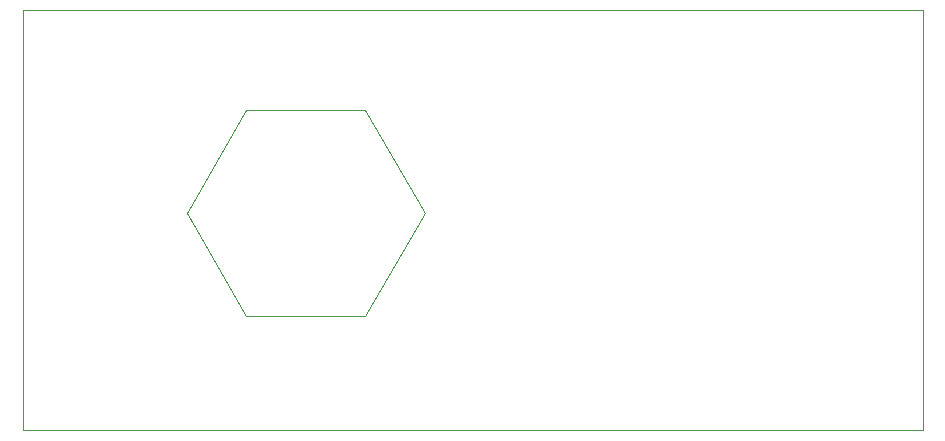
<source format=gbr>
G04 #@! TF.GenerationSoftware,KiCad,Pcbnew,5.1.7-a382d34a8~87~ubuntu18.04.1*
G04 #@! TF.CreationDate,2021-01-18T17:29:04-05:00*
G04 #@! TF.ProjectId,Cree_XML_Driver,43726565-5f58-44d4-9c5f-447269766572,r0*
G04 #@! TF.SameCoordinates,Original*
G04 #@! TF.FileFunction,Profile,NP*
%FSLAX46Y46*%
G04 Gerber Fmt 4.6, Leading zero omitted, Abs format (unit mm)*
G04 Created by KiCad (PCBNEW 5.1.7-a382d34a8~87~ubuntu18.04.1) date 2021-01-18 17:29:04*
%MOMM*%
%LPD*%
G01*
G04 APERTURE LIST*
G04 #@! TA.AperFunction,Profile*
%ADD10C,0.050000*%
G04 #@! TD*
G04 #@! TA.AperFunction,Profile*
%ADD11C,0.100000*%
G04 #@! TD*
G04 APERTURE END LIST*
D10*
X167640000Y-125095000D02*
X167640000Y-89535000D01*
X91440000Y-125095000D02*
X167640000Y-125095000D01*
X91440000Y-89535000D02*
X91440000Y-125095000D01*
X167640000Y-89535000D02*
X91440000Y-89535000D01*
D11*
G04 #@! TO.C,D101*
X110369325Y-97970759D02*
X105330650Y-106698000D01*
X105330650Y-106698000D02*
X110369325Y-115425241D01*
X120446675Y-115425241D02*
X125485350Y-106698000D01*
X110369325Y-115425241D02*
X120446675Y-115425241D01*
X125485350Y-106698000D02*
X120446675Y-97970759D01*
X120446675Y-97970759D02*
X110369325Y-97970759D01*
G04 #@! TD*
M02*

</source>
